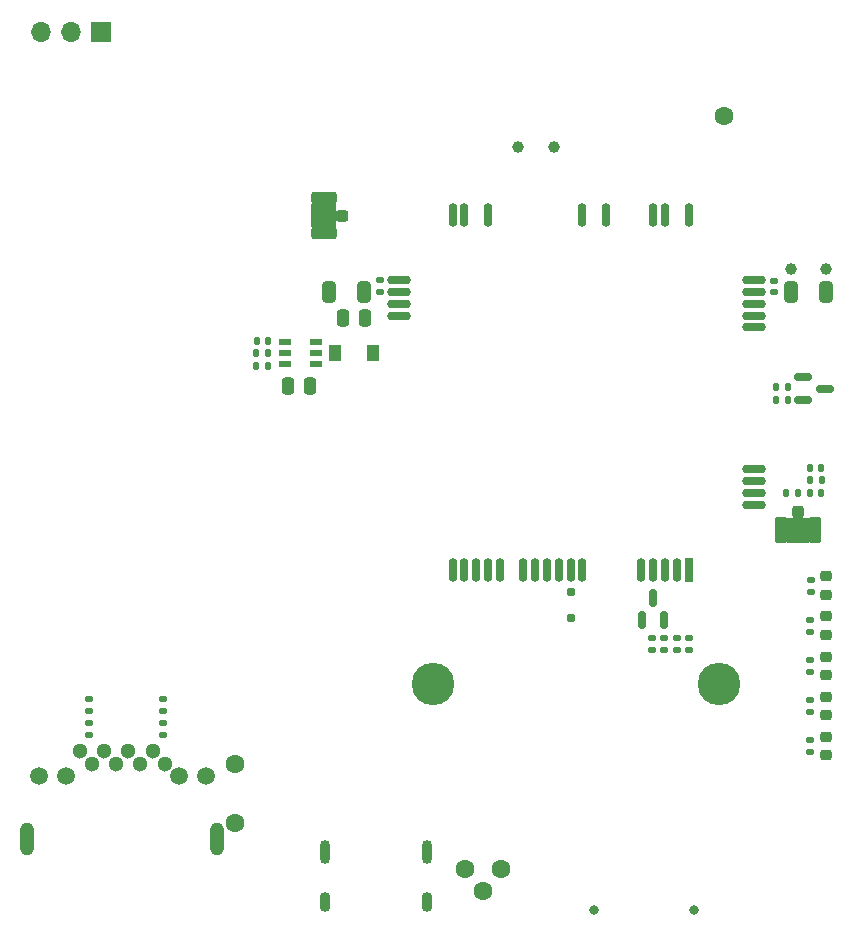
<source format=gbr>
%TF.GenerationSoftware,KiCad,Pcbnew,9.0.2*%
%TF.CreationDate,2025-06-30T16:53:14+07:00*%
%TF.ProjectId,GW11LR,47573131-4c52-42e6-9b69-6361645f7063,rev?*%
%TF.SameCoordinates,Original*%
%TF.FileFunction,Soldermask,Bot*%
%TF.FilePolarity,Negative*%
%FSLAX46Y46*%
G04 Gerber Fmt 4.6, Leading zero omitted, Abs format (unit mm)*
G04 Created by KiCad (PCBNEW 9.0.2) date 2025-06-30 16:53:14*
%MOMM*%
%LPD*%
G01*
G04 APERTURE LIST*
G04 Aperture macros list*
%AMRoundRect*
0 Rectangle with rounded corners*
0 $1 Rounding radius*
0 $2 $3 $4 $5 $6 $7 $8 $9 X,Y pos of 4 corners*
0 Add a 4 corners polygon primitive as box body*
4,1,4,$2,$3,$4,$5,$6,$7,$8,$9,$2,$3,0*
0 Add four circle primitives for the rounded corners*
1,1,$1+$1,$2,$3*
1,1,$1+$1,$4,$5*
1,1,$1+$1,$6,$7*
1,1,$1+$1,$8,$9*
0 Add four rect primitives between the rounded corners*
20,1,$1+$1,$2,$3,$4,$5,0*
20,1,$1+$1,$4,$5,$6,$7,0*
20,1,$1+$1,$6,$7,$8,$9,0*
20,1,$1+$1,$8,$9,$2,$3,0*%
G04 Aperture macros list end*
%ADD10C,1.300000*%
%ADD11C,1.500000*%
%ADD12O,1.200000X2.800000*%
%ADD13C,1.600000*%
%ADD14O,0.900000X2.000000*%
%ADD15O,0.900000X1.700000*%
%ADD16C,3.600000*%
%ADD17C,0.800000*%
%ADD18R,1.700000X1.700000*%
%ADD19O,1.700000X1.700000*%
%ADD20RoundRect,0.135000X-0.185000X0.135000X-0.185000X-0.135000X0.185000X-0.135000X0.185000X0.135000X0*%
%ADD21RoundRect,0.135000X0.185000X-0.135000X0.185000X0.135000X-0.185000X0.135000X-0.185000X-0.135000X0*%
%ADD22RoundRect,0.140000X0.140000X0.170000X-0.140000X0.170000X-0.140000X-0.170000X0.140000X-0.170000X0*%
%ADD23RoundRect,0.218750X0.256250X-0.218750X0.256250X0.218750X-0.256250X0.218750X-0.256250X-0.218750X0*%
%ADD24R,1.100000X0.600000*%
%ADD25C,1.000000*%
%ADD26RoundRect,0.140000X-0.140000X-0.170000X0.140000X-0.170000X0.140000X0.170000X-0.140000X0.170000X0*%
%ADD27RoundRect,0.250000X-0.325000X-0.650000X0.325000X-0.650000X0.325000X0.650000X-0.325000X0.650000X0*%
%ADD28RoundRect,0.135000X0.135000X0.185000X-0.135000X0.185000X-0.135000X-0.185000X0.135000X-0.185000X0*%
%ADD29RoundRect,0.250000X-0.250000X-0.475000X0.250000X-0.475000X0.250000X0.475000X-0.250000X0.475000X0*%
%ADD30RoundRect,0.250000X-0.250000X0.275000X-0.250000X-0.275000X0.250000X-0.275000X0.250000X0.275000X0*%
%ADD31RoundRect,0.250000X-0.275000X0.850000X-0.275000X-0.850000X0.275000X-0.850000X0.275000X0.850000X0*%
%ADD32RoundRect,0.175000X-0.175000X0.175000X-0.175000X-0.175000X0.175000X-0.175000X0.175000X0.175000X0*%
%ADD33R,1.000000X1.400000*%
%ADD34R,0.750000X2.000000*%
%ADD35O,0.750000X2.000000*%
%ADD36O,2.000000X0.750000*%
%ADD37RoundRect,0.218750X-0.256250X0.218750X-0.256250X-0.218750X0.256250X-0.218750X0.256250X0.218750X0*%
%ADD38RoundRect,0.150000X-0.587500X-0.150000X0.587500X-0.150000X0.587500X0.150000X-0.587500X0.150000X0*%
%ADD39RoundRect,0.135000X-0.135000X-0.185000X0.135000X-0.185000X0.135000X0.185000X-0.135000X0.185000X0*%
%ADD40RoundRect,0.147500X0.147500X0.172500X-0.147500X0.172500X-0.147500X-0.172500X0.147500X-0.172500X0*%
%ADD41RoundRect,0.140000X0.170000X-0.140000X0.170000X0.140000X-0.170000X0.140000X-0.170000X-0.140000X0*%
%ADD42RoundRect,0.150000X0.150000X-0.587500X0.150000X0.587500X-0.150000X0.587500X-0.150000X-0.587500X0*%
%ADD43RoundRect,0.250000X0.275000X0.250000X-0.275000X0.250000X-0.275000X-0.250000X0.275000X-0.250000X0*%
%ADD44RoundRect,0.250000X0.850000X0.275000X-0.850000X0.275000X-0.850000X-0.275000X0.850000X-0.275000X0*%
G04 APERTURE END LIST*
%TO.C,J1*%
G36*
X189810000Y-104410000D02*
G01*
X191690000Y-104410000D01*
X191690000Y-106500000D01*
X189810000Y-106500000D01*
X189810000Y-104410000D01*
G37*
%TO.C,J2*%
G36*
X151645000Y-77835000D02*
G01*
X149555000Y-77835000D01*
X149555000Y-79715000D01*
X151645000Y-79715000D01*
X151645000Y-77835000D01*
G37*
%TD*%
D10*
%TO.C,RJ2*%
X137120000Y-125167500D03*
X136100000Y-124067500D03*
X135080000Y-125167500D03*
X134060000Y-124067500D03*
X133040000Y-125167500D03*
X132020000Y-124067500D03*
X131000000Y-125167500D03*
X129980000Y-124067500D03*
D11*
X140630000Y-126247500D03*
X138330000Y-126247500D03*
X128770000Y-126247500D03*
X126480000Y-126247500D03*
D12*
X141590000Y-131567500D03*
X125510000Y-131567500D03*
%TD*%
D13*
%TO.C,CN1*%
X184458000Y-70358000D03*
%TD*%
D14*
%TO.C,J3*%
X150705000Y-132695000D03*
D15*
X150705000Y-136865000D03*
D14*
X159345000Y-132695000D03*
D15*
X159345000Y-136865000D03*
%TD*%
D13*
%TO.C,SW1*%
X162584000Y-134070000D03*
X165584000Y-134070000D03*
X164084000Y-135930000D03*
%TD*%
D16*
%TO.C,H5*%
X159858000Y-118408000D03*
%TD*%
%TO.C,H6*%
X184058000Y-118408000D03*
%TD*%
D13*
%TO.C,C7*%
X143125000Y-125175000D03*
X143125000Y-130175000D03*
%TD*%
D17*
%TO.C,SIM1*%
X173460400Y-137566400D03*
X181960400Y-137566400D03*
%TD*%
D18*
%TO.C,J4*%
X131700000Y-63225000D03*
D19*
X129160000Y-63225000D03*
X126620000Y-63225000D03*
%TD*%
D20*
%TO.C,R41*%
X191775000Y-116415000D03*
X191775000Y-117435000D03*
%TD*%
%TO.C,R46*%
X137025000Y-121765000D03*
X137025000Y-122785000D03*
%TD*%
D21*
%TO.C,R47*%
X130700000Y-120760000D03*
X130700000Y-119740000D03*
%TD*%
D22*
%TO.C,C26*%
X190730000Y-102250000D03*
X189770000Y-102250000D03*
%TD*%
D23*
%TO.C,D8*%
X193125000Y-124487500D03*
X193125000Y-122912500D03*
%TD*%
D24*
%TO.C,U5*%
X149975000Y-89450000D03*
X149975000Y-90400000D03*
X149975000Y-91350000D03*
X147275000Y-91350000D03*
X147275000Y-90400000D03*
X147275000Y-89450000D03*
%TD*%
D20*
%TO.C,R36*%
X191775000Y-123190000D03*
X191775000Y-124210000D03*
%TD*%
D25*
%TO.C,TP10*%
X190150000Y-83275000D03*
%TD*%
D20*
%TO.C,R45*%
X130700000Y-121765000D03*
X130700000Y-122785000D03*
%TD*%
D26*
%TO.C,C27*%
X144910000Y-89400000D03*
X145870000Y-89400000D03*
%TD*%
D27*
%TO.C,C23*%
X190150000Y-85250000D03*
X193100000Y-85250000D03*
%TD*%
D28*
%TO.C,R4*%
X189872500Y-93287500D03*
X188852500Y-93287500D03*
%TD*%
D20*
%TO.C,R34*%
X178400000Y-114525000D03*
X178400000Y-115545000D03*
%TD*%
D25*
%TO.C,TP20*%
X170100000Y-72950000D03*
%TD*%
D29*
%TO.C,C8*%
X147535000Y-93175000D03*
X149435000Y-93175000D03*
%TD*%
D23*
%TO.C,D9*%
X193125000Y-121087500D03*
X193125000Y-119512500D03*
%TD*%
D27*
%TO.C,C18*%
X151075000Y-85250000D03*
X154025000Y-85250000D03*
%TD*%
D30*
%TO.C,J1*%
X190750000Y-103875000D03*
D31*
X192225000Y-105400000D03*
X189275000Y-105400000D03*
%TD*%
D32*
%TO.C,D10*%
X171500000Y-110675000D03*
X171500000Y-112875000D03*
%TD*%
D20*
%TO.C,R24*%
X181525000Y-114525000D03*
X181525000Y-115545000D03*
%TD*%
D23*
%TO.C,D12*%
X193125000Y-117687500D03*
X193125000Y-116112500D03*
%TD*%
D20*
%TO.C,R35*%
X179425000Y-114525000D03*
X179425000Y-115545000D03*
%TD*%
%TO.C,R40*%
X191775000Y-119790000D03*
X191775000Y-120810000D03*
%TD*%
D21*
%TO.C,R33*%
X180475000Y-115535000D03*
X180475000Y-114515000D03*
%TD*%
D33*
%TO.C,L2*%
X151550000Y-90425000D03*
X154750000Y-90425000D03*
%TD*%
D20*
%TO.C,R3*%
X191875000Y-109590000D03*
X191875000Y-110610000D03*
%TD*%
D34*
%TO.C,U1*%
X181500000Y-108750000D03*
D35*
X180500000Y-108750000D03*
X179500000Y-108750000D03*
X178500000Y-108750000D03*
X177500000Y-108750000D03*
X172500000Y-108750000D03*
X171500000Y-108750000D03*
X170500000Y-108750000D03*
X169500000Y-108750000D03*
X168500000Y-108750000D03*
X167500000Y-108750000D03*
X165500000Y-108750000D03*
X164500000Y-108750000D03*
X163500000Y-108750000D03*
X162500000Y-108750000D03*
D36*
X157000000Y-87250000D03*
X157000000Y-86250000D03*
X157000000Y-85250000D03*
X157000000Y-84250000D03*
D35*
X162500000Y-78750000D03*
X164500000Y-78750000D03*
X172500000Y-78750000D03*
X174500000Y-78750000D03*
X178500000Y-78750000D03*
X179500000Y-78750000D03*
X181500000Y-78750000D03*
D36*
X187000000Y-84250000D03*
X187000000Y-85250000D03*
X187000000Y-86250000D03*
X187000000Y-87250000D03*
X187000000Y-88250000D03*
X187000000Y-100250000D03*
X187000000Y-101250000D03*
X187000000Y-102250000D03*
X187000000Y-103250000D03*
D35*
X161500000Y-108750000D03*
X161500000Y-78750000D03*
%TD*%
D25*
%TO.C,TP19*%
X167050000Y-72975000D03*
%TD*%
D37*
%TO.C,D1*%
X193125000Y-109312500D03*
X193125000Y-110887500D03*
%TD*%
D38*
%TO.C,Q1*%
X191200000Y-94375000D03*
X191200000Y-92475000D03*
X193075000Y-93425000D03*
%TD*%
D25*
%TO.C,TP11*%
X193125000Y-83275000D03*
%TD*%
D39*
%TO.C,R29*%
X191725000Y-101175000D03*
X192745000Y-101175000D03*
%TD*%
D21*
%TO.C,R48*%
X137025000Y-120760000D03*
X137025000Y-119740000D03*
%TD*%
D29*
%TO.C,C17*%
X152200000Y-87475000D03*
X154100000Y-87475000D03*
%TD*%
D28*
%TO.C,R16*%
X145900000Y-91500000D03*
X144880000Y-91500000D03*
%TD*%
D40*
%TO.C,L4*%
X192720000Y-102250000D03*
X191750000Y-102250000D03*
%TD*%
D28*
%TO.C,R5*%
X189872500Y-94362500D03*
X188852500Y-94362500D03*
%TD*%
D23*
%TO.C,D3*%
X193125000Y-114287500D03*
X193125000Y-112712500D03*
%TD*%
D22*
%TO.C,C28*%
X192735000Y-100125000D03*
X191775000Y-100125000D03*
%TD*%
D41*
%TO.C,C21*%
X188750000Y-85250000D03*
X188750000Y-84290000D03*
%TD*%
D42*
%TO.C,Q5*%
X179412500Y-113012500D03*
X177512500Y-113012500D03*
X178462500Y-111137500D03*
%TD*%
D20*
%TO.C,R1*%
X191775000Y-113015000D03*
X191775000Y-114035000D03*
%TD*%
D39*
%TO.C,R12*%
X144880000Y-90450000D03*
X145900000Y-90450000D03*
%TD*%
D43*
%TO.C,J2*%
X152180000Y-78775000D03*
D44*
X150655000Y-80250000D03*
X150655000Y-77300000D03*
%TD*%
D41*
%TO.C,C20*%
X155400000Y-85230000D03*
X155400000Y-84270000D03*
%TD*%
M02*

</source>
